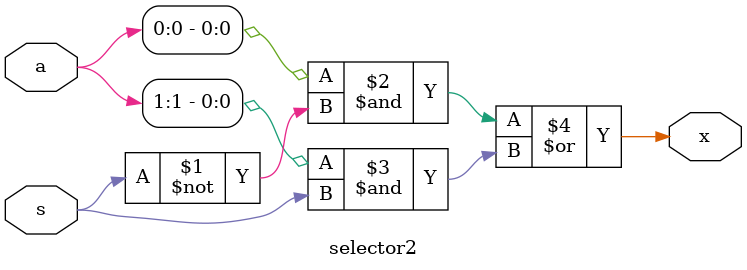
<source format=v>
module selector2(s,a,x);
  input s;
  input [0:1]a;
  output x;

  assign x = (a[0] & ~s)|(a[1] & s);

endmodule
</source>
